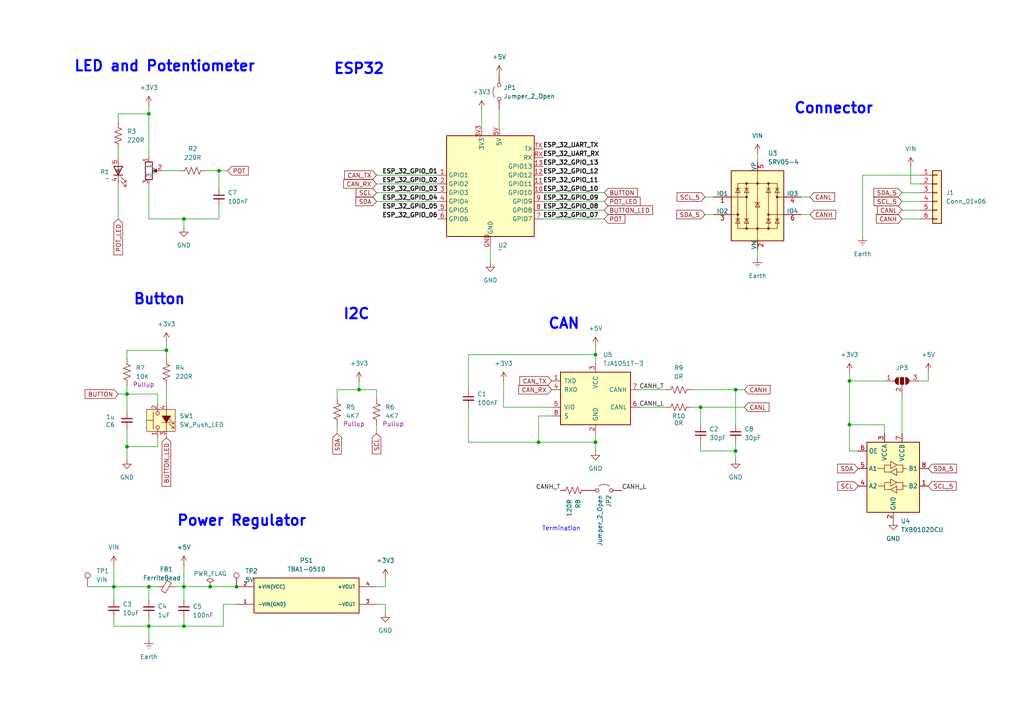
<source format=kicad_sch>
(kicad_sch (version 20231120) (generator "eeschema") (generator_version "8.0")
  (paper "A4")
  (lib_symbols
    (symbol "Connector:TestPoint" (pin_numbers hide) (pin_names (offset 0.762) hide)
      (property "Reference" "TP" (at 0 6.858 0))
      (property "Value" "TestPoint" (at 0 5.08 0))
      (symbol "TestPoint_0_1"
        (circle (center 0 3.302) (radius 0.762))
      )
      (symbol "TestPoint_1_1"
        (pin passive line (at 0 0 90) (length 2.54) (name "1") (number "1"))
      )
    )
    (symbol "Connector_Generic:Conn_01x06" (pin_names (offset 1.016) hide)
      (property "Reference" "J" (at 0 7.62 0))
      (property "Value" "Conn_01x06" (at 0 -10.16 0))
      (symbol "Conn_01x06_1_1"
        (rectangle (start -1.27 -7.493) (end 0 -7.747) (stroke (width 0.1524)))
        (rectangle (start -1.27 -4.953) (end 0 -5.207) (stroke (width 0.1524)))
        (rectangle (start -1.27 -2.413) (end 0 -2.667) (stroke (width 0.1524)))
        (rectangle (start -1.27 0.127) (end 0 -0.127) (stroke (width 0.1524)))
        (rectangle (start -1.27 2.667) (end 0 2.413) (stroke (width 0.1524)))
        (rectangle (start -1.27 5.207) (end 0 4.953) (stroke (width 0.1524)))
        (rectangle (start -1.27 6.35) (end 1.27 -8.89) (stroke (width 0.254)) (fill (type background)))
        (pin passive line (at -5.08 5.08 0) (length 3.81) (name "Pin_1") (number "1"))
        (pin passive line (at -5.08 2.54 0) (length 3.81) (name "Pin_2") (number "2"))
        (pin passive line (at -5.08 0 0) (length 3.81) (name "Pin_3") (number "3"))
        (pin passive line (at -5.08 -2.54 0) (length 3.81) (name "Pin_4") (number "4"))
        (pin passive line (at -5.08 -5.08 0) (length 3.81) (name "Pin_5") (number "5"))
        (pin passive line (at -5.08 -7.62 0) (length 3.81) (name "Pin_6") (number "6"))
      )
    )
    (symbol "Device:C_Small" (pin_numbers hide) (pin_names (offset 0.254) hide)
      (property "Reference" "C" (at 0.254 1.778 0))
      (property "Value" "C_Small" (at 0.254 -2.032 0))
      (symbol "C_Small_0_1"
        (polyline (pts (xy -1.524 -0.508) (xy 1.524 -0.508)) (stroke (width 0.3302)))
        (polyline (pts (xy -1.524 0.508) (xy 1.524 0.508)) (stroke (width 0.3048)))
      )
      (symbol "C_Small_1_1"
        (pin passive line (at 0 2.54 270) (length 2.032) (name "~") (number "1"))
        (pin passive line (at 0 -2.54 90) (length 2.032) (name "~") (number "2"))
      )
    )
    (symbol "Device:FerriteBead_Small" (pin_numbers hide) (pin_names (offset 0))
      (property "Reference" "FB" (at 1.905 1.27 0))
      (property "Value" "FerriteBead_Small" (at 1.905 -1.27 0))
      (symbol "FerriteBead_Small_0_1"
        (polyline (pts (xy 0 -1.27) (xy 0 -0.7874)))
        (polyline (pts (xy 0 0.889) (xy 0 1.2954)))
        (polyline (pts (xy -1.8288 0.2794) (xy -1.1176 1.4986) (xy 1.8288 -0.2032) (xy 1.1176 -1.4224) (xy -1.8288 0.2794)))
      )
      (symbol "FerriteBead_Small_1_1"
        (pin passive line (at 0 2.54 270) (length 1.27) (name "~") (number "1"))
        (pin passive line (at 0 -2.54 90) (length 1.27) (name "~") (number "2"))
      )
    )
    (symbol "Device:R_US" (pin_numbers hide) (pin_names (offset 0))
      (property "Reference" "R" (at 2.54 0 90))
      (property "Value" "R_US" (at -2.54 0 90))
      (symbol "R_US_0_1"
        (polyline (pts (xy 0 -2.286) (xy 0 -2.54)))
        (polyline (pts (xy 0 2.286) (xy 0 2.54)))
        (polyline (pts (xy 0 -0.762) (xy 1.016 -1.143) (xy 0 -1.524) (xy -1.016 -1.905) (xy 0 -2.286)))
        (polyline (pts (xy 0 0.762) (xy 1.016 0.381) (xy 0 0) (xy -1.016 -0.381) (xy 0 -0.762)))
        (polyline (pts (xy 0 2.286) (xy 1.016 1.905) (xy 0 1.524) (xy -1.016 1.143) (xy 0 0.762)))
      )
      (symbol "R_US_1_1"
        (pin passive line (at 0 3.81 270) (length 1.27) (name "~") (number "1"))
        (pin passive line (at 0 -3.81 90) (length 1.27) (name "~") (number "2"))
      )
    )
    (symbol "FaderLibrary:Linear_Potentiometer_w_LED"
      (property "Reference" "R" (at -3.556 5.334 0))
      (symbol "Linear_Potentiometer_w_LED_0_1"
        (polyline (pts (xy -8.89 -1.27) (xy -8.89 1.27)))
        (polyline (pts (xy -7.62 -1.27) (xy -10.16 -1.27)) (stroke (width 0.254)))
        (polyline (pts (xy 2.54 0) (xy 1.524 0)))
        (polyline (pts (xy -7.62 1.27) (xy -10.16 1.27) (xy -8.89 -1.27) (xy -7.62 1.27)) (stroke (width 0.254)))
        (polyline (pts (xy 1.143 0) (xy 2.286 0.508) (xy 2.286 -0.508) (xy 1.143 0)) (fill (type outline)))
        (polyline (pts (xy -8.128 -3.048) (xy -6.604 -4.572) (xy -6.604 -3.81) (xy -6.604 -4.572) (xy -7.366 -4.572)))
        (polyline (pts (xy -8.128 -1.778) (xy -6.604 -3.302) (xy -6.604 -2.54) (xy -6.604 -3.302) (xy -7.366 -3.302)))
        (rectangle (start 1.016 2.54) (end -1.016 -2.54) (stroke (width 0.254)))
      )
      (symbol "Linear_Potentiometer_w_LED_1_1"
        (pin passive line (at 0 3.81 270) (length 1.27) (name "1") (number "1"))
        (pin passive line (at 3.81 0 180) (length 1.27) (name "2") (number "2"))
        (pin passive line (at 0 -3.81 90) (length 1.27) (name "3") (number "3"))
        (pin passive line (at -8.89 -3.81 90) (length 2.54) (name "K") (number "4"))
        (pin passive line (at -8.89 3.81 270) (length 2.54) (name "A") (number "5"))
      )
    )
    (symbol "Interface_CAN_LIN:TJA1051T-3" (pin_names (offset 1.016))
      (property "Reference" "U" (at -10.16 8.89 0))
      (property "Value" "TJA1051T-3" (at 1.27 8.89 0))
      (symbol "TJA1051T-3_0_1"
        (rectangle (start -10.16 7.62) (end 10.16 -7.62) (stroke (width 0.254)) (fill (type background)))
      )
      (symbol "TJA1051T-3_1_1"
        (pin input line (at -12.7 5.08 0) (length 2.54) (name "TXD") (number "1"))
        (pin power_in line (at 0 -10.16 90) (length 2.54) (name "GND") (number "2"))
        (pin power_in line (at 0 10.16 270) (length 2.54) (name "VCC") (number "3"))
        (pin output line (at -12.7 2.54 0) (length 2.54) (name "RXD") (number "4"))
        (pin power_in line (at -12.7 -2.54 0) (length 2.54) (name "VIO") (number "5"))
        (pin bidirectional line (at 12.7 -2.54 180) (length 2.54) (name "CANL") (number "6"))
        (pin bidirectional line (at 12.7 2.54 180) (length 2.54) (name "CANH") (number "7"))
        (pin input line (at -12.7 -5.08 0) (length 2.54) (name "S") (number "8"))
      )
    )
    (symbol "Jumper:Jumper_2_Open" (pin_numbers hide) (pin_names (offset 0) hide) (exclude_from_sim yes)
      (property "Reference" "JP" (at 0 2.794 0))
      (property "Value" "Jumper_2_Open" (at 0 -2.286 0))
      (symbol "Jumper_2_Open_0_0"
        (circle (center -2.032 0) (radius 0.508))
        (circle (center 2.032 0) (radius 0.508))
      )
      (symbol "Jumper_2_Open_0_1"
        (arc (start 1.524 1.27) (mid 0 1.778) (end -1.524 1.27))
      )
      (symbol "Jumper_2_Open_1_1"
        (pin passive line (at -5.08 0 0) (length 2.54) (name "A") (number "1"))
        (pin passive line (at 5.08 0 180) (length 2.54) (name "B") (number "2"))
      )
    )
    (symbol "Jumper:SolderJumper_3_Open" (pin_names (offset 0) hide) (exclude_from_sim yes) (in_bom no)
      (property "Reference" "JP" (at -2.54 -2.54 0))
      (property "Value" "SolderJumper_3_Open" (at 0 2.794 0))
      (symbol "SolderJumper_3_Open_0_1"
        (arc (start -1.016 1.016) (mid -2.0276 0) (end -1.016 -1.016))
        (arc (start -1.016 1.016) (mid -2.0276 0) (end -1.016 -1.016) (fill (type outline)))
        (rectangle (start -0.508 1.016) (end 0.508 -1.016) (fill (type outline)))
        (polyline (pts (xy -2.54 0) (xy -2.032 0)))
        (polyline (pts (xy -1.016 1.016) (xy -1.016 -1.016)))
        (polyline (pts (xy 0 -1.27) (xy 0 -1.016)))
        (polyline (pts (xy 1.016 1.016) (xy 1.016 -1.016)))
        (polyline (pts (xy 2.54 0) (xy 2.032 0)))
        (arc (start 1.016 -1.016) (mid 2.0276 0) (end 1.016 1.016))
        (arc (start 1.016 -1.016) (mid 2.0276 0) (end 1.016 1.016) (fill (type outline)))
      )
      (symbol "SolderJumper_3_Open_1_1"
        (pin passive line (at -5.08 0 0) (length 2.54) (name "A") (number "1"))
        (pin passive line (at 0 -3.81 90) (length 2.54) (name "C") (number "2"))
        (pin passive line (at 5.08 0 180) (length 2.54) (name "B") (number "3"))
      )
    )
    (symbol "Logic_LevelTranslator:TXB0102DCU"
      (property "Reference" "U" (at -6.35 11.43 0))
      (property "Value" "TXB0102DCU" (at 3.81 11.43 0))
      (symbol "TXB0102DCU_0_1"
        (rectangle (start -7.62 10.16) (end 7.62 -10.16) (stroke (width 0.254)) (fill (type background)))
        (polyline (pts (xy -2.54 -2.54) (xy -2.54 -1.524) (xy -0.762 -1.524)))
        (polyline (pts (xy -2.54 2.54) (xy -2.54 3.556) (xy -0.762 3.556)))
        (polyline (pts (xy 2.794 -2.54) (xy 2.794 -3.556) (xy 1.016 -3.556)))
        (polyline (pts (xy 2.794 2.54) (xy 2.794 1.524) (xy 1.016 1.524)))
        (polyline (pts (xy -0.762 -3.556) (xy -2.54 -3.556) (xy -2.54 -2.54) (xy -4.318 -2.54)))
        (polyline (pts (xy -0.762 -2.54) (xy -0.762 -0.508) (xy 1.016 -1.524) (xy -0.762 -2.54)))
        (polyline (pts (xy -0.762 1.524) (xy -2.54 1.524) (xy -2.54 2.54) (xy -4.572 2.54)))
        (polyline (pts (xy -0.762 2.54) (xy -0.762 4.572) (xy 1.016 3.556) (xy -0.762 2.54)))
        (polyline (pts (xy 1.016 -2.54) (xy 1.016 -4.572) (xy -0.762 -3.556) (xy 1.016 -2.54)))
        (polyline (pts (xy 1.016 -1.524) (xy 2.794 -1.524) (xy 2.794 -2.54) (xy 4.064 -2.54)))
        (polyline (pts (xy 1.016 3.556) (xy 2.794 3.556) (xy 2.794 2.54) (xy 4.064 2.54)))
        (polyline (pts (xy 1.016 2.54) (xy 1.016 0.762) (xy 1.016 0.508) (xy -0.762 1.524) (xy 1.016 2.54)))
      )
      (symbol "TXB0102DCU_1_1"
        (pin bidirectional line (at 10.16 -2.54 180) (length 2.54) (name "B2") (number "1"))
        (pin power_in line (at 0 -12.7 90) (length 2.54) (name "GND") (number "2"))
        (pin power_in line (at -2.54 12.7 270) (length 2.54) (name "VCCA") (number "3"))
        (pin bidirectional line (at -10.16 -2.54 0) (length 2.54) (name "A2") (number "4"))
        (pin bidirectional line (at -10.16 2.54 0) (length 2.54) (name "A1") (number "5"))
        (pin input line (at -10.16 7.62 0) (length 2.54) (name "OE") (number "6"))
        (pin power_in line (at 2.54 12.7 270) (length 2.54) (name "VCCB") (number "7"))
        (pin bidirectional line (at 10.16 2.54 180) (length 2.54) (name "B1") (number "8"))
      )
    )
    (symbol "MHCI:ESP32-S3-Zero"
      (property "Reference" "U" (at 0 0 0))
      (symbol "ESP32-S3-Zero_0_1"
        (rectangle (start -12.7 13.97) (end 12.7 -15.24) (stroke (width 0.254)) (fill (type background)))
      )
      (symbol "ESP32-S3-Zero_1_1"
        (pin bidirectional line (at -15.24 2.54 0) (length 2.54) (name "GPIO1") (number "1"))
        (pin bidirectional line (at 15.24 -2.54 180) (length 2.54) (name "GPIO10") (number "10"))
        (pin bidirectional line (at 15.24 0 180) (length 2.54) (name "GPIO11") (number "11"))
        (pin bidirectional line (at 15.24 2.54 180) (length 2.54) (name "GPIO12") (number "12"))
        (pin bidirectional line (at 15.24 5.08 180) (length 2.54) (name "GPIO13") (number "13"))
        (pin bidirectional line (at -15.24 0 0) (length 2.54) (name "GPIO2") (number "2"))
        (pin bidirectional line (at -15.24 -2.54 0) (length 2.54) (name "GPIO3") (number "3"))
        (pin power_in line (at -2.54 16.51 270) (length 2.54) (name "3V3") (number "3V3"))
        (pin bidirectional line (at -15.24 -5.08 0) (length 2.54) (name "GPIO4") (number "4"))
        (pin bidirectional line (at -15.24 -7.62 0) (length 2.54) (name "GPIO5") (number "5"))
        (pin power_in line (at 2.54 16.51 270) (length 2.54) (name "5V") (number "5V"))
        (pin bidirectional line (at -15.24 -10.16 0) (length 2.54) (name "GPIO6") (number "6"))
        (pin bidirectional line (at 15.24 -10.16 180) (length 2.54) (name "GPIO7") (number "7"))
        (pin bidirectional line (at 15.24 -7.62 180) (length 2.54) (name "GPIO8") (number "8"))
        (pin bidirectional line (at 15.24 -5.08 180) (length 2.54) (name "GPIO9") (number "9"))
        (pin power_in line (at 0 -17.78 90) (length 2.54) (name "GND") (number "GND"))
        (pin bidirectional line (at 15.24 7.62 180) (length 2.54) (name "RX") (number "RX"))
        (pin bidirectional line (at 15.24 10.16 180) (length 2.54) (name "TX") (number "TX"))
      )
    )
    (symbol "MHCI:TBA1-0510" (pin_names (offset 1.016))
      (property "Reference" "PS" (at -15.24 5.842 0))
      (property "Value" "TBA1-0510" (at -15.24 -5.842 0))
      (symbol "TBA1-0510_0_0"
        (rectangle (start -15.24 -5.08) (end 15.24 5.08) (stroke (width 0.254)) (fill (type background)))
        (pin input line (at -20.32 -2.54 0) (length 5.08) (name "-VIN(GND)") (number "1"))
        (pin input line (at -20.32 2.54 0) (length 5.08) (name "+VIN(VCC)") (number "2"))
        (pin output line (at 20.32 -2.54 180) (length 5.08) (name "-VOUT") (number "3"))
        (pin output line (at 20.32 2.54 180) (length 5.08) (name "+VOUT") (number "4"))
      )
    )
    (symbol "Power_Protection:SRV05-4" (pin_names (offset 0))
      (property "Reference" "U" (at -5.08 11.43 0))
      (property "Value" "SRV05-4" (at 2.54 11.43 0))
      (symbol "SRV05-4_0_0"
        (rectangle (start -5.715 6.477) (end 5.715 -6.604))
        (polyline (pts (xy -3.175 -6.604) (xy -3.175 6.477)))
        (polyline (pts (xy 3.175 6.477) (xy 3.175 -6.604)))
      )
      (symbol "SRV05-4_0_1"
        (rectangle (start -7.62 10.16) (end 7.62 -10.16) (stroke (width 0.254)) (fill (type background)))
        (circle (center -5.715 -2.54) (radius 0.2794) (fill (type outline)))
        (circle (center -3.175 -6.604) (radius 0.2794) (fill (type outline)))
        (circle (center -3.175 2.54) (radius 0.2794) (fill (type outline)))
        (circle (center -3.175 6.477) (radius 0.2794) (fill (type outline)))
        (circle (center 0 -6.604) (radius 0.2794) (fill (type outline)))
        (polyline (pts (xy -7.747 2.54) (xy -3.175 2.54)))
        (polyline (pts (xy -7.62 -2.54) (xy -5.715 -2.54)))
        (polyline (pts (xy -5.08 -3.81) (xy -6.35 -3.81)))
        (polyline (pts (xy -5.08 5.08) (xy -6.35 5.08)))
        (polyline (pts (xy -2.54 -3.81) (xy -3.81 -3.81)))
        (polyline (pts (xy -2.54 5.08) (xy -3.81 5.08)))
        (polyline (pts (xy 0 10.16) (xy 0 -10.16)))
        (polyline (pts (xy 3.81 -3.81) (xy 2.54 -3.81)))
        (polyline (pts (xy 3.81 5.08) (xy 2.54 5.08)))
        (polyline (pts (xy 6.35 -3.81) (xy 5.08 -3.81)))
        (polyline (pts (xy 6.35 5.08) (xy 5.08 5.08)))
        (polyline (pts (xy 7.62 -2.54) (xy 3.175 -2.54)))
        (polyline (pts (xy 7.62 2.54) (xy 5.715 2.54)))
        (polyline (pts (xy 0.635 0.889) (xy -0.635 0.889) (xy -0.635 0.635)))
        (polyline (pts (xy -5.08 -5.08) (xy -6.35 -5.08) (xy -5.715 -3.81) (xy -5.08 -5.08)))
        (polyline (pts (xy -5.08 3.81) (xy -6.35 3.81) (xy -5.715 5.08) (xy -5.08 3.81)))
        (polyline (pts (xy -2.54 -5.08) (xy -3.81 -5.08) (xy -3.175 -3.81) (xy -2.54 -5.08)))
        (polyline (pts (xy -2.54 3.81) (xy -3.81 3.81) (xy -3.175 5.08) (xy -2.54 3.81)))
        (polyline (pts (xy 0.635 -0.381) (xy -0.635 -0.381) (xy 0 0.889) (xy 0.635 -0.381)))
        (polyline (pts (xy 3.81 -5.08) (xy 2.54 -5.08) (xy 3.175 -3.81) (xy 3.81 -5.08)))
        (polyline (pts (xy 3.81 3.81) (xy 2.54 3.81) (xy 3.175 5.08) (xy 3.81 3.81)))
        (polyline (pts (xy 6.35 -5.08) (xy 5.08 -5.08) (xy 5.715 -3.81) (xy 6.35 -5.08)))
        (polyline (pts (xy 6.35 3.81) (xy 5.08 3.81) (xy 5.715 5.08) (xy 6.35 3.81)))
        (circle (center 0 6.477) (radius 0.2794) (fill (type outline)))
        (circle (center 3.175 -6.604) (radius 0.2794) (fill (type outline)))
        (circle (center 3.175 -2.54) (radius 0.2794) (fill (type outline)))
        (circle (center 3.175 6.477) (radius 0.2794) (fill (type outline)))
        (circle (center 5.715 2.54) (radius 0.2794) (fill (type outline)))
      )
      (symbol "SRV05-4_1_1"
        (pin passive line (at -12.7 2.54 0) (length 5.08) (name "IO1") (number "1"))
        (pin passive line (at 0 -12.7 90) (length 2.54) (name "VN") (number "2"))
        (pin passive line (at -12.7 -2.54 0) (length 5.08) (name "IO2") (number "3"))
        (pin passive line (at 12.7 2.54 180) (length 5.08) (name "IO3") (number "4"))
        (pin passive line (at 0 12.7 270) (length 2.54) (name "VP") (number "5"))
        (pin passive line (at 12.7 -2.54 180) (length 5.08) (name "IO4") (number "6"))
      )
    )
    (symbol "Switch:SW_Push_LED" (pin_names (offset 1.016) hide)
      (property "Reference" "SW" (at 0 7.62 0))
      (property "Value" "SW_Push_LED" (at 0 -3.81 0))
      (symbol "SW_Push_LED_0_0"
        (polyline (pts (xy -2.54 0) (xy 2.54 0)))
        (polyline (pts (xy -2.286 -2.159) (xy -1.016 -0.889)))
        (polyline (pts (xy -1.016 -2.159) (xy 0.254 -0.889)))
        (polyline (pts (xy -0.635 1.27) (xy -0.635 -1.27)))
        (polyline (pts (xy -2.286 -1.524) (xy -2.286 -2.159) (xy -1.651 -2.159)))
        (polyline (pts (xy -1.016 -1.524) (xy -1.016 -2.159) (xy -0.381 -2.159)))
        (polyline (pts (xy -0.635 0) (xy 1.27 1.27) (xy 1.27 -1.27) (xy -0.635 0)) (fill (type outline)))
      )
      (symbol "SW_Push_LED_0_1"
        (circle (center -2.032 2.54) (radius 0.508))
        (polyline (pts (xy 0 3.81) (xy 0 5.588)))
        (polyline (pts (xy 2.54 3.81) (xy -2.54 3.81)))
        (circle (center 2.032 2.54) (radius 0.508))
        (pin passive line (at -5.08 2.54 0) (length 2.54) (name "1") (number "1"))
        (pin passive line (at 5.08 2.54 180) (length 2.54) (name "2") (number "2"))
        (pin passive line (at -5.08 0 0) (length 2.54) (name "K") (number "3"))
        (pin passive line (at 5.08 0 180) (length 2.54) (name "A") (number "4"))
      )
      (symbol "SW_Push_LED_1_1"
        (rectangle (start -3.175 5.715) (end 3.175 -2.54) (fill (type background)))
      )
    )
    (symbol "power:+3V3" (power) (pin_numbers hide) (pin_names (offset 0) hide)
      (property "Value" "+3V3" (at 0 3.556 0))
      (symbol "+3V3_0_1"
        (polyline (pts (xy -0.762 1.27) (xy 0 2.54)))
        (polyline (pts (xy 0 0) (xy 0 2.54)))
        (polyline (pts (xy 0 2.54) (xy 0.762 1.27)))
      )
      (symbol "+3V3_1_1"
        (pin power_in line (at 0 0 90) (length 0) (name "~") (number "1"))
      )
    )
    (symbol "power:+5V" (power) (pin_numbers hide) (pin_names (offset 0) hide)
      (property "Value" "+5V" (at 0 3.556 0))
      (symbol "+5V_0_1"
        (polyline (pts (xy -0.762 1.27) (xy 0 2.54)))
        (polyline (pts (xy 0 0) (xy 0 2.54)))
        (polyline (pts (xy 0 2.54) (xy 0.762 1.27)))
      )
      (symbol "+5V_1_1"
        (pin power_in line (at 0 0 90) (length 0) (name "~") (number "1"))
      )
    )
    (symbol "power:Earth" (power) (pin_numbers hide) (pin_names (offset 0) hide)
      (property "Value" "Earth" (at 0 -3.81 0))
      (symbol "Earth_0_1"
        (polyline (pts (xy -0.635 -1.905) (xy 0.635 -1.905)))
        (polyline (pts (xy -0.127 -2.54) (xy 0.127 -2.54)))
        (polyline (pts (xy 0 -1.27) (xy 0 0)))
        (polyline (pts (xy 1.27 -1.27) (xy -1.27 -1.27)))
      )
      (symbol "Earth_1_1"
        (pin power_in line (at 0 0 270) (length 0) (name "~") (number "1"))
      )
    )
    (symbol "power:GND" (power) (pin_numbers hide) (pin_names (offset 0) hide)
      (property "Value" "GND" (at 0 -3.81 0))
      (symbol "GND_0_1"
        (polyline (pts (xy 0 0) (xy 0 -1.27) (xy 1.27 -1.27) (xy 0 -2.54) (xy -1.27 -1.27) (xy 0 -1.27)))
      )
      (symbol "GND_1_1"
        (pin power_in line (at 0 0 270) (length 0) (name "~") (number "1"))
      )
    )
    (symbol "power:PWR_FLAG" (power) (pin_numbers hide) (pin_names (offset 0) hide)
      (property "Value" "PWR_FLAG" (at 0 3.81 0))
      (symbol "PWR_FLAG_0_0"
        (pin power_out line (at 0 0 90) (length 0) (name "pwr") (number "1"))
      )
      (symbol "PWR_FLAG_0_1"
        (polyline (pts (xy 0 0) (xy 0 1.27) (xy -1.016 1.905) (xy 0 2.54) (xy 1.016 1.905) (xy 0 1.27)))
      )
    )
    (symbol "power:VDC" (power) (pin_numbers hide) (pin_names (offset 0) hide)
      (property "Value" "VDC" (at 0 3.556 0))
      (symbol "VDC_0_1"
        (polyline (pts (xy -0.762 1.27) (xy 0 2.54)))
        (polyline (pts (xy 0 0) (xy 0 2.54)))
        (polyline (pts (xy 0 2.54) (xy 0.762 1.27)))
      )
      (symbol "VDC_1_1"
        (pin power_in line (at 0 0 90) (length 0) (name "~") (number "1"))
      )
    )
  )
  (junction (at 53.34 170.18))
  (junction (at 104.14 113.03))
  (junction (at 48.26 101.6))
  (junction (at 68.58 170.18))
  (junction (at 172.72 102.87))
  (junction (at 156.21 128.27))
  (junction (at 63.5 49.53))
  (junction (at 246.38 123.19))
  (junction (at 213.36 130.81))
  (junction (at 246.38 110.49))
  (junction (at 33.02 170.18))
  (junction (at 43.18 181.61))
  (junction (at 43.18 170.18))
  (junction (at 53.34 63.5))
  (junction (at 60.96 170.18))
  (junction (at 43.18 33.02))
  (junction (at 36.83 129.54))
  (junction (at 213.36 113.03))
  (junction (at 36.83 114.3))
  (junction (at 53.34 181.61))
  (junction (at 203.2 118.11))
  (junction (at 172.72 128.27))
  (wire (pts (xy 36.83 129.54) (xy 45.72 129.54)))
  (wire (pts (xy 43.18 170.18) (xy 43.18 173.99)))
  (wire (pts (xy 45.72 114.3) (xy 45.72 116.84)))
  (wire (pts (xy 250.19 50.8) (xy 250.19 68.58)))
  (wire (pts (xy 213.36 130.81) (xy 213.36 133.35)))
  (wire (pts (xy 157.48 60.96) (xy 175.26 60.96)))
  (wire (pts (xy 53.34 170.18) (xy 53.34 173.99)))
  (wire (pts (xy 109.22 175.26) (xy 111.76 175.26)))
  (wire (pts (xy 172.72 130.81) (xy 172.72 128.27)))
  (wire (pts (xy 135.89 118.11) (xy 135.89 128.27)))
  (wire (pts (xy 203.2 130.81) (xy 203.2 128.27)))
  (wire (pts (xy 43.18 63.5) (xy 53.34 63.5)))
  (wire (pts (xy 59.69 49.53) (xy 63.5 49.53)))
  (wire (pts (xy 68.58 175.26) (xy 64.77 175.26)))
  (wire (pts (xy 43.18 53.34) (xy 43.18 63.5)))
  (wire (pts (xy 139.7 31.75) (xy 139.7 36.83)))
  (wire (pts (xy 261.62 63.5) (xy 266.7 63.5)))
  (wire (pts (xy 160.02 118.11) (xy 146.05 118.11)))
  (wire (pts (xy 50.8 170.18) (xy 53.34 170.18)))
  (wire (pts (xy 33.02 170.18) (xy 43.18 170.18)))
  (wire (pts (xy 64.77 181.61) (xy 53.34 181.61)))
  (wire (pts (xy 34.29 114.3) (xy 36.83 114.3)))
  (wire (pts (xy 232.41 62.23) (xy 234.95 62.23)))
  (wire (pts (xy 146.05 118.11) (xy 146.05 110.49)))
  (wire (pts (xy 157.48 55.88) (xy 175.26 55.88)))
  (wire (pts (xy 25.4 170.18) (xy 33.02 170.18)))
  (wire (pts (xy 256.54 123.19) (xy 256.54 125.73)))
  (wire (pts (xy 144.78 31.75) (xy 144.78 36.83)))
  (wire (pts (xy 246.38 110.49) (xy 256.54 110.49)))
  (wire (pts (xy 215.9 118.11) (xy 203.2 118.11)))
  (wire (pts (xy 53.34 63.5) (xy 63.5 63.5)))
  (wire (pts (xy 109.22 50.8) (xy 127 50.8)))
  (wire (pts (xy 193.04 113.03) (xy 185.42 113.03)))
  (wire (pts (xy 43.18 181.61) (xy 43.18 185.42)))
  (wire (pts (xy 213.36 128.27) (xy 213.36 130.81)))
  (wire (pts (xy 142.24 71.12) (xy 142.24 76.2)))
  (wire (pts (xy 135.89 102.87) (xy 172.72 102.87)))
  (wire (pts (xy 43.18 33.02) (xy 43.18 45.72)))
  (wire (pts (xy 46.99 49.53) (xy 52.07 49.53)))
  (wire (pts (xy 34.29 43.18) (xy 34.29 45.72)))
  (wire (pts (xy 109.22 113.03) (xy 104.14 113.03)))
  (wire (pts (xy 33.02 181.61) (xy 43.18 181.61)))
  (wire (pts (xy 53.34 170.18) (xy 53.34 163.83)))
  (wire (pts (xy 104.14 113.03) (xy 104.14 110.49)))
  (wire (pts (xy 269.24 107.95) (xy 269.24 110.49)))
  (wire (pts (xy 97.79 123.19) (xy 97.79 125.73)))
  (wire (pts (xy 48.26 99.06) (xy 48.26 101.6)))
  (wire (pts (xy 33.02 163.83) (xy 33.02 170.18)))
  (wire (pts (xy 33.02 173.99) (xy 33.02 170.18)))
  (wire (pts (xy 219.71 72.39) (xy 219.71 74.93)))
  (wire (pts (xy 135.89 128.27) (xy 156.21 128.27)))
  (wire (pts (xy 248.92 130.81) (xy 246.38 130.81)))
  (wire (pts (xy 246.38 110.49) (xy 246.38 123.19)))
  (wire (pts (xy 156.21 120.65) (xy 160.02 120.65)))
  (wire (pts (xy 36.83 114.3) (xy 36.83 119.38)))
  (wire (pts (xy 109.22 53.34) (xy 127 53.34)))
  (wire (pts (xy 36.83 129.54) (xy 36.83 133.35)))
  (wire (pts (xy 109.22 55.88) (xy 127 55.88)))
  (wire (pts (xy 264.16 53.34) (xy 264.16 48.26)))
  (wire (pts (xy 43.18 181.61) (xy 53.34 181.61)))
  (wire (pts (xy 53.34 170.18) (xy 60.96 170.18)))
  (wire (pts (xy 172.72 100.33) (xy 172.72 102.87)))
  (wire (pts (xy 261.62 58.42) (xy 266.7 58.42)))
  (wire (pts (xy 261.62 114.3) (xy 261.62 125.73)))
  (wire (pts (xy 97.79 113.03) (xy 104.14 113.03)))
  (wire (pts (xy 172.72 128.27) (xy 172.72 125.73)))
  (wire (pts (xy 246.38 107.95) (xy 246.38 110.49)))
  (wire (pts (xy 33.02 179.07) (xy 33.02 181.61)))
  (wire (pts (xy 63.5 49.53) (xy 63.5 54.61)))
  (wire (pts (xy 60.96 170.18) (xy 68.58 170.18)))
  (wire (pts (xy 63.5 49.53) (xy 66.04 49.53)))
  (wire (pts (xy 64.77 175.26) (xy 64.77 181.61)))
  (wire (pts (xy 45.72 129.54) (xy 45.72 127)))
  (wire (pts (xy 109.22 58.42) (xy 127 58.42)))
  (wire (pts (xy 97.79 115.57) (xy 97.79 113.03)))
  (wire (pts (xy 156.21 120.65) (xy 156.21 128.27)))
  (wire (pts (xy 232.41 57.15) (xy 234.95 57.15)))
  (wire (pts (xy 215.9 113.03) (xy 213.36 113.03)))
  (wire (pts (xy 111.76 175.26) (xy 111.76 177.8)))
  (wire (pts (xy 261.62 60.96) (xy 266.7 60.96)))
  (wire (pts (xy 53.34 181.61) (xy 53.34 179.07)))
  (wire (pts (xy 204.47 57.15) (xy 207.01 57.15)))
  (wire (pts (xy 109.22 170.18) (xy 111.76 170.18)))
  (wire (pts (xy 63.5 59.69) (xy 63.5 63.5)))
  (wire (pts (xy 250.19 50.8) (xy 266.7 50.8)))
  (wire (pts (xy 34.29 33.02) (xy 34.29 35.56)))
  (wire (pts (xy 157.48 63.5) (xy 175.26 63.5)))
  (wire (pts (xy 172.72 102.87) (xy 172.72 105.41)))
  (wire (pts (xy 246.38 130.81) (xy 246.38 123.19)))
  (wire (pts (xy 203.2 118.11) (xy 200.66 118.11)))
  (wire (pts (xy 43.18 30.48) (xy 43.18 33.02)))
  (wire (pts (xy 204.47 62.23) (xy 207.01 62.23)))
  (wire (pts (xy 266.7 53.34) (xy 264.16 53.34)))
  (wire (pts (xy 48.26 101.6) (xy 48.26 104.14)))
  (wire (pts (xy 36.83 114.3) (xy 45.72 114.3)))
  (wire (pts (xy 53.34 66.04) (xy 53.34 63.5)))
  (wire (pts (xy 193.04 118.11) (xy 185.42 118.11)))
  (wire (pts (xy 135.89 113.03) (xy 135.89 102.87)))
  (wire (pts (xy 203.2 130.81) (xy 213.36 130.81)))
  (wire (pts (xy 261.62 55.88) (xy 266.7 55.88)))
  (wire (pts (xy 43.18 170.18) (xy 45.72 170.18)))
  (wire (pts (xy 157.48 58.42) (xy 175.26 58.42)))
  (wire (pts (xy 34.29 53.34) (xy 34.29 63.5)))
  (wire (pts (xy 269.24 110.49) (xy 266.7 110.49)))
  (wire (pts (xy 36.83 111.76) (xy 36.83 114.3)))
  (wire (pts (xy 219.71 44.45) (xy 219.71 46.99)))
  (wire (pts (xy 43.18 179.07) (xy 43.18 181.61)))
  (wire (pts (xy 213.36 113.03) (xy 213.36 123.19)))
  (wire (pts (xy 203.2 118.11) (xy 203.2 123.19)))
  (wire (pts (xy 156.21 128.27) (xy 172.72 128.27)))
  (wire (pts (xy 36.83 101.6) (xy 48.26 101.6)))
  (wire (pts (xy 200.66 113.03) (xy 213.36 113.03)))
  (wire (pts (xy 111.76 170.18) (xy 111.76 167.64)))
  (wire (pts (xy 109.22 115.57) (xy 109.22 113.03)))
  (wire (pts (xy 34.29 33.02) (xy 43.18 33.02)))
  (wire (pts (xy 246.38 123.19) (xy 256.54 123.19)))
  (wire (pts (xy 109.22 123.19) (xy 109.22 125.73)))
  (wire (pts (xy 36.83 124.46) (xy 36.83 129.54)))
  (wire (pts (xy 48.26 111.76) (xy 48.26 116.84)))
  (wire (pts (xy 36.83 104.14) (xy 36.83 101.6)))
  (text "Connector\n" (at 241.808 31.496 0) (effects (font (size 3 3) (thickness 0.6) (bold yes))))
  (text "Termination" (at 162.814 153.416 0) (effects (font (size 1.27 1.27))))
  (text "I2C" (at 103.378 91.186 0) (effects (font (size 3 3) (thickness 0.6) (bold yes))))
  (text "CAN" (at 163.576 93.98 0) (effects (font (size 3 3) (thickness 0.6) (bold yes))))
  (text "Power Regulator" (at 70.104 151.13 0) (effects (font (size 3 3) (thickness 0.6) (bold yes))))
  (text "ESP32" (at 104.14 20.066 0) (effects (font (size 3 3) (thickness 0.6) (bold yes))))
  (text "Button" (at 46.228 86.868 0) (effects (font (size 3 3) (thickness 0.6) (bold yes))))
  (text "LED and Potentiometer" (at 47.752 19.304 0) (effects (font (size 3 3) (thickness 0.6) (bold yes))))
  (label "CANH_T" (at 162.56 142.24 180))
  (label "CANH_L" (at 185.42 118.11 0))
  (label "ESP_32_GPIO_13" (at 157.48 48.26 0) (effects (font (bold yes))))
  (label "ESP_32_GPIO_12" (at 157.48 50.8 0) (effects (font (bold yes))))
  (label "ESP_32_GPIO_03" (at 127 55.88 180) (effects (font (bold yes))))
  (label "ESP_32_GPIO_11" (at 157.48 53.34 0) (effects (font (bold yes))))
  (label "CANH_L" (at 180.34 142.24 0))
  (label "ESP_32_UART_TX" (at 157.48 43.18 0) (effects (font (bold yes))))
  (label "ESP_32_GPIO_01" (at 127 50.8 180) (effects (font (bold yes))))
  (label "ESP_32_GPIO_10" (at 157.48 55.88 0) (effects (font (bold yes))))
  (label "CANH_T" (at 185.42 113.03 0))
  (label "ESP_32_GPIO_06" (at 127 63.5 180) (effects (font (bold yes))))
  (label "ESP_32_GPIO_09" (at 157.48 58.42 0) (effects (font (bold yes))))
  (label "ESP_32_GPIO_05" (at 127 60.96 180) (effects (font (bold yes))))
  (label "ESP_32_UART_RX" (at 157.48 45.72 0) (effects (font (bold yes))))
  (label "ESP_32_GPIO_02" (at 127 53.34 180) (effects (font (bold yes))))
  (label "ESP_32_GPIO_08" (at 157.48 60.96 0) (effects (font (bold yes))))
  (label "ESP_32_GPIO_04" (at 127 58.42 180) (effects (font (bold yes))))
  (label "ESP_32_GPIO_07" (at 157.48 63.5 0) (effects (font (bold yes))))
  (global_label "POT" (shape input) (at 66.04 49.53 0) (property "Intersheetrefs" "${INTERSHEET_REFS}" (effects (hide yes))))
  (global_label "BUTTON" (shape input) (at 175.26 55.88 0) (property "Intersheetrefs" "${INTERSHEET_REFS}" (effects (hide yes))))
  (global_label "SDA" (shape input) (at 97.79 125.73 270) (property "Intersheetrefs" "${INTERSHEET_REFS}" (effects (hide yes))))
  (global_label "SCL" (shape input) (at 109.22 125.73 270) (property "Intersheetrefs" "${INTERSHEET_REFS}" (effects (hide yes))))
  (global_label "BUTTON" (shape input) (at 34.29 114.3 180) (property "Intersheetrefs" "${INTERSHEET_REFS}" (effects (hide yes))))
  (global_label "CAN_RX" (shape input) (at 160.02 113.03 180) (property "Intersheetrefs" "${INTERSHEET_REFS}" (effects (hide yes))))
  (global_label "POT" (shape input) (at 175.26 63.5 0) (property "Intersheetrefs" "${INTERSHEET_REFS}" (effects (hide yes))))
  (global_label "CANL" (shape input) (at 234.95 57.15 0) (property "Intersheetrefs" "${INTERSHEET_REFS}" (effects (hide yes))))
  (global_label "SDA" (shape input) (at 109.22 58.42 180) (property "Intersheetrefs" "${INTERSHEET_REFS}" (effects (hide yes))))
  (global_label "SDA_5" (shape input) (at 269.24 135.89 0) (property "Intersheetrefs" "${INTERSHEET_REFS}" (effects (hide yes))))
  (global_label "SDA_5" (shape input) (at 204.47 62.23 180) (property "Intersheetrefs" "${INTERSHEET_REFS}" (effects (hide yes))))
  (global_label "BUTTON_LED" (shape input) (at 175.26 60.96 0) (property "Intersheetrefs" "${INTERSHEET_REFS}" (effects (hide yes))))
  (global_label "CANH" (shape input) (at 234.95 62.23 0) (property "Intersheetrefs" "${INTERSHEET_REFS}" (effects (hide yes))))
  (global_label "CANL" (shape input) (at 215.9 118.11 0) (property "Intersheetrefs" "${INTERSHEET_REFS}" (effects (hide yes))))
  (global_label "SCL" (shape input) (at 109.22 55.88 180) (property "Intersheetrefs" "${INTERSHEET_REFS}" (effects (hide yes))))
  (global_label "BUTTON_LED" (shape input) (at 48.26 127 270) (property "Intersheetrefs" "${INTERSHEET_REFS}" (effects (hide yes))))
  (global_label "CAN_TX" (shape input) (at 109.22 50.8 180) (property "Intersheetrefs" "${INTERSHEET_REFS}" (effects (hide yes))))
  (global_label "SCL_5" (shape input) (at 204.47 57.15 180) (property "Intersheetrefs" "${INTERSHEET_REFS}" (effects (hide yes))))
  (global_label "POT_LED" (shape input) (at 175.26 58.42 0) (property "Intersheetrefs" "${INTERSHEET_REFS}" (effects (hide yes))))
  (global_label "SCL_5" (shape input) (at 269.24 140.97 0) (property "Intersheetrefs" "${INTERSHEET_REFS}" (effects (hide yes))))
  (global_label "SDA_5" (shape input) (at 261.62 55.88 180) (property "Intersheetrefs" "${INTERSHEET_REFS}" (effects (hide yes))))
  (global_label "CAN_RX" (shape input) (at 109.22 53.34 180) (property "Intersheetrefs" "${INTERSHEET_REFS}" (effects (hide yes))))
  (global_label "SCL_5" (shape input) (at 261.62 58.42 180) (property "Intersheetrefs" "${INTERSHEET_REFS}" (effects (hide yes))))
  (global_label "SCL" (shape input) (at 248.92 140.97 180) (property "Intersheetrefs" "${INTERSHEET_REFS}" (effects (hide yes))))
  (global_label "CANH" (shape input) (at 261.62 63.5 180) (property "Intersheetrefs" "${INTERSHEET_REFS}" (effects (hide yes))))
  (global_label "CAN_TX" (shape input) (at 160.02 110.49 180) (property "Intersheetrefs" "${INTERSHEET_REFS}" (effects (hide yes))))
  (global_label "SDA" (shape input) (at 248.92 135.89 180) (property "Intersheetrefs" "${INTERSHEET_REFS}" (effects (hide yes))))
  (global_label "POT_LED" (shape input) (at 34.29 63.5 270) (property "Intersheetrefs" "${INTERSHEET_REFS}" (effects (hide yes))))
  (global_label "CANL" (shape input) (at 261.62 60.96 180) (property "Intersheetrefs" "${INTERSHEET_REFS}" (effects (hide yes))))
  (global_label "CANH" (shape input) (at 215.9 113.03 0) (property "Intersheetrefs" "${INTERSHEET_REFS}" (effects (hide yes))))
  (symbol (lib_id "Device:R_US") (at 97.79 119.38 0) (unit 1)
    (property "Reference" "R5" (at 100.33 118.1099 0) (effects (justify left)))
    (property "Value" "4K7" (at 100.33 120.6499 0) (effects (justify left)))
    (property "Footprint" "Resistor_SMD:R_0603_1608Metric" (effects (hide yes)))
    (property "Description" "Pullup" (at 102.616 122.936 0))
    (property "LCSC" "C23162" (effects (hide yes)))
  )
  (symbol (lib_id "power:GND") (at 172.72 130.81 0) (unit 1)
    (property "Reference" "#PWR017" (effects (hide yes)))
    (property "Value" "GND" (at 172.72 135.89 0))
    (property "Description" "Power symbol creates a global label with name \"GND\" , ground" (effects (hide yes)))
  )
  (symbol (lib_id "power:+5V") (at 269.24 107.95 0) (unit 1)
    (property "Reference" "#PWR023" (effects (hide yes)))
    (property "Value" "+5V" (at 269.24 102.87 0))
    (property "Description" "Power symbol creates a global label with name \"+5V\"" (effects (hide yes)))
  )
  (symbol (lib_id "Device:C_Small") (at 63.5 57.15 0) (unit 1)
    (property "Reference" "C7" (at 66.04 55.8862 0) (effects (justify left)))
    (property "Value" "100nF" (at 66.04 58.4262 0) (effects (justify left)))
    (property "Footprint" "Capacitor_SMD:C_0402_1005Metric" (effects (hide yes)))
    (property "Description" "Unpolarized capacitor, small symbol" (effects (hide yes)))
    (property "LCSC" "C1525" (effects (hide yes)))
  )
  (symbol (lib_id "power:GND") (at 142.24 76.2 0) (unit 1)
    (property "Reference" "#PWR04" (effects (hide yes)))
    (property "Value" "GND" (at 142.24 81.28 0))
    (property "Description" "Power symbol creates a global label with name \"GND\" , ground" (effects (hide yes)))
  )
  (symbol (lib_id "Device:C_Small") (at 36.83 121.92 0) (unit 1)
    (property "Reference" "C6" (at 32.004 123.19 0))
    (property "Value" "1u" (at 32.004 120.904 0))
    (property "Footprint" "Capacitor_SMD:C_0402_1005Metric" (effects (hide yes)))
    (property "LCSC" "C52923" (effects (hide yes)))
  )
  (symbol (lib_id "Device:R_US") (at 34.29 39.37 180) (unit 1)
    (property "Reference" "R3" (at 36.83 38.0999 0) (effects (justify right)))
    (property "Value" "220R" (at 36.83 40.6399 0) (effects (justify right)))
    (property "Footprint" "Resistor_SMD:R_0402_1005Metric" (effects (hide yes)))
    (property "Description" "Resistor, US symbol" (effects (hide yes)))
    (property "LCSC" "C25091" (effects (hide yes)))
  )
  (symbol (lib_id "power:Earth") (at 43.18 185.42 0) (unit 1)
    (property "Reference" "#PWR020" (effects (hide yes)))
    (property "Value" "Earth" (at 43.18 190.5 0))
    (property "Description" "Power symbol creates a global label with name \"Earth\"" (effects (hide yes)))
  )
  (symbol (lib_id "power:+3V3") (at 104.14 110.49 0) (unit 1)
    (property "Reference" "#PWR012" (effects (hide yes)))
    (property "Value" "+3V3" (at 104.14 105.41 0))
    (property "Description" "Power symbol creates a global label with name \"+3V3\"" (effects (hide yes)))
  )
  (symbol (lib_id "Device:C_Small") (at 203.2 125.73 180) (unit 1)
    (property "Reference" "C2" (at 205.74 124.4535 0) (effects (justify right)))
    (property "Value" "30pF" (at 205.74 126.9935 0) (effects (justify right)))
    (property "Footprint" "Capacitor_SMD:C_0402_1005Metric" (effects (hide yes)))
    (property "Description" "Unpolarized capacitor, small symbol" (effects (hide yes)))
    (property "LCSC" "C1570" (effects (hide yes)))
  )
  (symbol (lib_id "Device:C_Small") (at 43.18 176.53 180) (unit 1)
    (property "Reference" "C4" (at 45.72 175.8886 0) (effects (justify right)))
    (property "Value" "1uF" (at 45.72 178.4286 0) (effects (justify right)))
    (property "Footprint" "Capacitor_SMD:C_0402_1005Metric" (effects (hide yes)))
    (property "LCSC" "C52923" (effects (hide yes)))
  )
  (symbol (lib_id "power:PWR_FLAG") (at 60.96 170.18 0) (unit 1)
    (property "Reference" "#FLG01" (effects (hide yes)))
    (property "Value" "PWR_FLAG" (at 60.96 166.37 0))
  )
  (symbol (lib_id "Connector:TestPoint") (at 68.58 170.18 0) (unit 1)
    (property "Reference" "TP2" (at 71.12 165.6079 0) (effects (justify left)))
    (property "Value" "5V" (at 71.12 168.1479 0) (effects (justify left)))
    (property "Footprint" "TestPoint:TestPoint_Pad_D1.0mm" (effects (hide yes)))
    (property "Description" "test point" (effects (hide yes)))
  )
  (symbol (lib_id "power:GND") (at 53.34 66.04 0) (unit 1)
    (property "Reference" "#PWR03" (effects (hide yes)))
    (property "Value" "GND" (at 53.34 71.12 0))
    (property "Description" "Power symbol creates a global label with name \"GND\" , ground" (effects (hide yes)))
  )
  (symbol (lib_id "Device:R_US") (at 196.85 113.03 270) (unit 1)
    (property "Reference" "R9" (at 196.85 106.68 90))
    (property "Value" "0R" (at 196.85 109.22 90))
    (property "Footprint" "Resistor_SMD:R_0402_1005Metric" (effects (hide yes)))
    (property "Description" "Resistor, US symbol" (effects (hide yes)))
    (property "LCSC" "C17168" (effects (hide yes)))
  )
  (symbol (lib_id "Logic_LevelTranslator:TXB0102DCU") (at 259.08 138.43 0) (unit 1)
    (property "Reference" "U4" (at 261.2741 151.13 0) (effects (justify left)))
    (property "Value" "TXB0102DCU" (at 261.2741 153.67 0) (effects (justify left)))
    (property "Footprint" "Package_SO:VSSOP-8_2.3x2mm_P0.5mm" (effects (hide yes)))
    (property "Datasheet" "http://www.ti.com/lit/ds/symlink/txb0102.pdf" (effects (hide yes)))
    (property "Description" "2-Bit Bidirectional Voltage-Level Translator in VSSOP Package With Auto Direction Sensing and ±15-kV ESD Protection" (effects (hide yes)))
    (property "LCSC" "C60709" (effects (hide yes)))
  )
  (symbol (lib_id "Device:C_Small") (at 213.36 125.73 0) (unit 1)
    (property "Reference" "C8" (at 215.9 124.4662 0) (effects (justify left)))
    (property "Value" "30pF" (at 215.9 127.0062 0) (effects (justify left)))
    (property "Footprint" "Capacitor_SMD:C_0402_1005Metric" (effects (hide yes)))
    (property "Description" "Unpolarized capacitor, small symbol" (effects (hide yes)))
    (property "LCSC" "C1570" (effects (hide yes)))
  )
  (symbol (lib_id "power:Earth") (at 250.19 68.58 0) (unit 1)
    (property "Reference" "#PWR08" (effects (hide yes)))
    (property "Value" "Earth" (at 250.19 73.66 0))
    (property "Description" "Power symbol creates a global label with name \"Earth\"" (effects (hide yes)))
  )
  (symbol (lib_id "Device:R_US") (at 166.37 142.24 90) (unit 1)
    (property "Reference" "R8" (at 167.6401 144.78 0) (effects (justify right)))
    (property "Value" "120R" (at 165.1001 144.78 0) (effects (justify right)))
    (property "Footprint" "Resistor_SMD:R_0402_1005Metric" (effects (hide yes)))
    (property "Description" "Resistor, US symbol" (effects (hide yes)))
    (property "LCSC" "C25079" (effects (hide yes)))
  )
  (symbol (lib_id "Device:FerriteBead_Small") (at 48.26 170.18 90) (unit 1)
    (property "Reference" "FB1" (at 48.2219 165.1 90))
    (property "Value" "FerriteBead" (at 46.9519 167.64 90))
    (property "Footprint" "Diode_SMD:D_0805_2012Metric" (effects (hide yes)))
    (property "LCSC" "C1015" (effects (hide yes)))
  )
  (symbol (lib_id "Interface_CAN_LIN:TJA1051T-3") (at 172.72 115.57 0) (unit 1)
    (property "Reference" "U5" (at 174.9141 102.87 0) (effects (justify left)))
    (property "Value" "TJA1051T-3" (at 174.9141 105.41 0) (effects (justify left)))
    (property "Footprint" "Package_SO:SOIC-8_3.9x4.9mm_P1.27mm" (effects (hide yes)))
    (property "Datasheet" "http://www.nxp.com/docs/en/data-sheet/TJA1051.pdf" (effects (hide yes)))
    (property "Description" "High-Speed CAN Transceiver, separate VIO, silent mode, SOIC-8" (effects (hide yes)))
    (property "LCSC" "C5342108" (effects (hide yes)))
  )
  (symbol (lib_id "power:VDC") (at 219.71 44.45 0) (unit 1)
    (property "Reference" "#PWR09" (effects (hide yes)))
    (property "Value" "VIN" (at 219.71 39.37 0))
    (property "Description" "Power symbol creates a global label with name \"VDC\"" (effects (hide yes)))
  )
  (symbol (lib_id "power:GND") (at 36.83 133.35 0) (unit 1)
    (property "Reference" "#PWR018" (effects (hide yes)))
    (property "Value" "GND" (at 36.83 138.43 0))
    (property "Description" "Power symbol creates a global label with name \"GND\" , ground" (effects (hide yes)))
  )
  (symbol (lib_id "power:GND") (at 259.08 151.13 0) (unit 1)
    (property "Reference" "#PWR024" (effects (hide yes)))
    (property "Value" "GND" (at 259.08 156.21 0))
    (property "Description" "Power symbol creates a global label with name \"GND\" , ground" (effects (hide yes)))
  )
  (symbol (lib_id "power:+5V") (at 53.34 163.83 0) (unit 1)
    (property "Reference" "#PWR015" (effects (hide yes)))
    (property "Value" "+5V" (at 53.34 158.75 0))
    (property "Description" "Power symbol creates a global label with name \"+5V\"" (effects (hide yes)))
  )
  (symbol (lib_id "power:VDC") (at 33.02 163.83 0) (unit 1)
    (property "Reference" "#PWR014" (effects (hide yes)))
    (property "Value" "VIN" (at 33.02 158.75 0))
    (property "Description" "Power symbol creates a global label with name \"VDC\"" (effects (hide yes)))
  )
  (symbol (lib_id "MHCI:ESP32-S3-Zero") (at 142.24 53.34 0) (unit 1)
    (property "Reference" "U2" (at 144.4341 71.12 0) (effects (justify left)))
    (property "Value" "~" (at 144.4341 72.39 0) (effects (justify left)))
    (property "Footprint" "MCHI:ESP-32-S3-Zero - SMD" (effects (hide yes)))
  )
  (symbol (lib_id "power:VDC") (at 264.16 48.26 0) (unit 1)
    (property "Reference" "#PWR07" (effects (hide yes)))
    (property "Value" "VIN" (at 264.16 43.18 0))
    (property "Description" "Power symbol creates a global label with name \"VDC\"" (effects (hide yes)))
  )
  (symbol (lib_id "power:GND") (at 111.76 177.8 0) (unit 1)
    (property "Reference" "#PWR016" (effects (hide yes)))
    (property "Value" "GND" (at 111.76 182.88 0))
    (property "Description" "Power symbol creates a global label with name \"GND\" , ground" (effects (hide yes)))
  )
  (symbol (lib_id "FaderLibrary:Linear_Potentiometer_w_LED") (at 43.18 49.53 0) (unit 1)
    (property "Reference" "R1" (at 31.75 49.8474 0) (effects (justify right)))
    (property "Value" "~" (at 31.75 51.7525 0) (effects (justify right)))
    (property "Footprint" "FaderLibrary:Linear Potentiometer LED 60mm" (effects (hide yes)))
  )
  (symbol (lib_id "Jumper:Jumper_2_Open") (at 175.26 142.24 0) (unit 1) (exclude_from_sim yes)
    (property "Reference" "JP2" (at 176.5301 143.51 90) (effects (justify right)))
    (property "Value" "Jumper_2_Open" (at 173.9901 143.51 90) (effects (justify right)))
    (property "Footprint" "Jumper:SolderJumper-2_P1.3mm_Open_RoundedPad1.0x1.5mm" (effects (hide yes)))
    (property "Description" "Jumper, 2-pole, open" (effects (hide yes)))
  )
  (symbol (lib_id "Connector_Generic:Conn_01x06") (at 271.78 55.88 0) (unit 1)
    (property "Reference" "J1" (at 274.32 55.8799 0) (effects (justify left)))
    (property "Value" "Conn_01x06" (at 274.32 58.4199 0) (effects (justify left)))
    (property "Footprint" "Connector_PinHeader_2.54mm:PinHeader_1x06_P2.54mm_Vertical" (effects (hide yes)))
    (property "Description" "Generic connector, single row, 01x06, script generated (kicad-library-utils/schlib/autogen/connector/)" (effects (hide yes)))
  )
  (symbol (lib_id "Device:R_US") (at 48.26 107.95 180) (unit 1)
    (property "Reference" "R4" (at 50.8 106.6799 0) (effects (justify right)))
    (property "Value" "220R" (at 50.8 109.2199 0) (effects (justify right)))
    (property "Footprint" "Resistor_SMD:R_0402_1005Metric" (effects (hide yes)))
    (property "Description" "Resistor, US symbol" (effects (hide yes)))
    (property "LCSC" "C25091" (effects (hide yes)))
  )
  (symbol (lib_id "Device:C_Small") (at 33.02 176.53 0) (unit 1)
    (property "Reference" "C3" (at 35.56 175.2662 0) (effects (justify left)))
    (property "Value" "10uF" (at 35.56 177.8062 0) (effects (justify left)))
    (property "Footprint" "Capacitor_SMD:C_0603_1608Metric" (effects (hide yes)))
    (property "Description" "Unpolarized capacitor, small symbol" (effects (hide yes)))
    (property "LCSC" "C96446" (effects (hide yes)))
  )
  (symbol (lib_id "power:+3V3") (at 139.7 31.75 0) (unit 1)
    (property "Reference" "#PWR01" (effects (hide yes)))
    (property "Value" "+3V3" (at 139.7 26.67 0))
    (property "Description" "Power symbol creates a global label with name \"+3V3\"" (effects (hide yes)))
  )
  (symbol (lib_id "Connector:TestPoint") (at 25.4 170.18 0) (unit 1)
    (property "Reference" "TP1" (at 27.94 165.6079 0) (effects (justify left)))
    (property "Value" "VIN" (at 27.94 168.1479 0) (effects (justify left)))
    (property "Footprint" "TestPoint:TestPoint_Pad_D1.0mm" (effects (hide yes)))
    (property "Description" "test point" (effects (hide yes)))
  )
  (symbol (lib_id "power:+5V") (at 172.72 100.33 0) (unit 1)
    (property "Reference" "#PWR011" (effects (hide yes)))
    (property "Value" "+5V" (at 172.72 95.25 0))
    (property "Description" "Power symbol creates a global label with name \"+5V\"" (effects (hide yes)))
  )
  (symbol (lib_id "power:+3V3") (at 48.26 99.06 0) (unit 1)
    (property "Reference" "#PWR013" (effects (hide yes)))
    (property "Value" "+3V3" (at 48.26 93.98 0))
    (property "Description" "Power symbol creates a global label with name \"+3V3\"" (effects (hide yes)))
  )
  (symbol (lib_id "Switch:SW_Push_LED") (at 48.26 121.92 90) (unit 1)
    (property "Reference" "SW1" (at 52.07 120.6499 90) (effects (justify right)))
    (property "Value" "SW_Push_LED" (at 52.07 123.1899 90) (effects (justify right)))
    (property "Footprint" "MCHI:SP86N_AB Switch" (effects (hide yes)))
    (property "Description" "Push button switch with LED, generic" (effects (hide yes)))
  )
  (symbol (lib_id "Jumper:SolderJumper_3_Open") (at 261.62 110.49 0) (unit 1) (exclude_from_sim yes) (in_bom no)
    (property "Reference" "JP3" (at 261.62 106.68 0))
    (property "Value" "SolderJumper_3_Open" (effects (hide yes)))
    (property "Footprint" "Jumper:SolderJumper-3_P1.3mm_Open_RoundedPad1.0x1.5mm" (effects (hide yes)))
    (property "Description" "Solder Jumper, 3-pole, open" (effects (hide yes)))
  )
  (symbol (lib_id "MHCI:TBA1-0510") (at 88.9 172.72 0) (unit 1)
    (property "Reference" "PS1" (at 88.9 162.56 0))
    (property "Value" "TBA1-0510" (at 88.9 165.1 0))
    (property "Footprint" "MCHI:CONV_TBA1-0510" (effects (hide yes)))
    (property "MF" "Traco Power" (effects (hide yes)))
    (property "MAXIMUM_PACKAGE_HEIGHT" "10.15mm" (effects (hide yes)))
    (property "Package" "SIP-4 Traco Power" (effects (hide yes)))
    (property "Price" "None" (effects (hide yes)))
    (property "Check_prices" "https://www.snapeda.com/parts/TBA%201-0510/Traco+Power/view-part/?ref=eda" (effects (hide yes)))
    (property "STANDARD" "Manufacturer Recommendations" (effects (hide yes)))
    (property "PARTREV" "April 19, 2021" (effects (hide yes)))
    (property "SnapEDA_Link" "https://www.snapeda.com/parts/TBA%201-0510/Traco+Power/view-part/?ref=snap" (effects (hide yes)))
    (property "MP" "TBA 1-0510" (effects (hide yes)))
    (property "Description_1" "\n                        \n                            1 Watt DC/DC converter, industrial, ±10% input, short circuit protection, unregulated, encapsulated, SIP-4\n                        \n" (effects (hide yes)))
    (property "Availability" "In Stock" (effects (hide yes)))
    (property "MANUFACTURER" "Traco Power" (effects (hide yes)))
  )
  (symbol (lib_id "power:+3V3") (at 146.05 110.49 0) (unit 1)
    (property "Reference" "#PWR025" (effects (hide yes)))
    (property "Value" "+3V3" (at 146.05 105.41 0))
    (property "Description" "Power symbol creates a global label with name \"+3V3\"" (effects (hide yes)))
  )
  (symbol (lib_id "power:+3V3") (at 246.38 107.95 0) (unit 1)
    (property "Reference" "#PWR022" (effects (hide yes)))
    (property "Value" "+3V3" (at 246.38 102.87 0))
    (property "Description" "Power symbol creates a global label with name \"+3V3\"" (effects (hide yes)))
  )
  (symbol (lib_id "power:+3V3") (at 111.76 167.64 0) (unit 1)
    (property "Reference" "#PWR05" (effects (hide yes)))
    (property "Value" "+3V3" (at 111.76 162.56 0))
    (property "Description" "Power symbol creates a global label with name \"+3V3\"" (effects (hide yes)))
  )
  (symbol (lib_id "Device:R_US") (at 36.83 107.95 0) (unit 1)
    (property "Reference" "R7" (at 39.37 106.6799 0) (effects (justify left)))
    (property "Value" "10K" (at 39.37 109.2199 0) (effects (justify left)))
    (property "Footprint" "Resistor_SMD:R_0402_1005Metric" (effects (hide yes)))
    (property "Description" "Pullup" (at 41.656 111.506 0))
    (property "LCSC" "C25744" (effects (hide yes)))
  )
  (symbol (lib_id "power:+5V") (at 144.78 21.59 0) (unit 1)
    (property "Reference" "#PWR02" (effects (hide yes)))
    (property "Value" "+5V" (at 144.78 16.51 0))
    (property "Description" "Power symbol creates a global label with name \"+5V\"" (effects (hide yes)))
  )
  (symbol (lib_id "Device:R_US") (at 55.88 49.53 270) (unit 1)
    (property "Reference" "R2" (at 55.88 43.18 90))
    (property "Value" "220R" (at 55.88 45.72 90))
    (property "Footprint" "Resistor_SMD:R_0402_1005Metric" (effects (hide yes)))
    (property "Description" "Resistor, US symbol" (effects (hide yes)))
    (property "LCSC" "C25091" (effects (hide yes)))
  )
  (symbol (lib_id "Device:C_Small") (at 53.34 176.53 0) (unit 1)
    (property "Reference" "C5" (at 55.88 175.9013 0) (effects (justify left)))
    (property "Value" "100nF" (at 55.88 178.4413 0) (effects (justify left)))
    (property "Footprint" "Capacitor_SMD:C_0402_1005Metric" (effects (hide yes)))
    (property "LCSC" "C1525" (effects (hide yes)))
  )
  (symbol (lib_id "Device:R_US") (at 109.22 119.38 0) (unit 1)
    (property "Reference" "R6" (at 111.76 118.1099 0) (effects (justify left)))
    (property "Value" "4K7" (at 111.76 120.6499 0) (effects (justify left)))
    (property "Footprint" "Resistor_SMD:R_0603_1608Metric" (effects (hide yes)))
    (property "Description" "Pullup" (at 114.046 122.936 0))
    (property "LCSC" "C23162" (effects (hide yes)))
  )
  (symbol (lib_id "power:GND") (at 213.36 133.35 0) (unit 1)
    (property "Reference" "#PWR019" (effects (hide yes)))
    (property "Value" "GND" (at 213.36 138.43 0))
    (property "Description" "Power symbol creates a global label with name \"GND\" , ground" (effects (hide yes)))
  )
  (symbol (lib_id "power:+3V3") (at 43.18 30.48 0) (unit 1)
    (property "Reference" "#PWR06" (effects (hide yes)))
    (property "Value" "+3V3" (at 43.18 25.4 0))
    (property "Description" "Power symbol creates a global label with name \"+3V3\"" (effects (hide yes)))
  )
  (symbol (lib_id "Power_Protection:SRV05-4") (at 219.71 59.69 0) (unit 1)
    (property "Reference" "U3" (at 222.7265 44.45 0) (effects (justify left)))
    (property "Value" "SRV05-4" (at 222.7265 46.99 0) (effects (justify left)))
    (property "Footprint" "Package_TO_SOT_SMD:SOT-23-6" (effects (hide yes)))
    (property "Datasheet" "http://www.onsemi.com/pub/Collateral/SRV05-4-D.PDF" (effects (hide yes)))
    (property "Description" "ESD Protection Diodes with Low Clamping Voltage, SOT-23-6" (effects (hide yes)))
    (property "LCSC" "C85364" (effects (hide yes)))
  )
  (symbol (lib_id "power:Earth") (at 219.71 74.93 0) (unit 1)
    (property "Reference" "#PWR010" (effects (hide yes)))
    (property "Value" "Earth" (at 219.71 80.01 0))
    (property "Description" "Power symbol creates a global label with name \"Earth\"" (effects (hide yes)))
  )
  (symbol (lib_id "Device:R_US") (at 196.85 118.11 90) (unit 1)
    (property "Reference" "R10" (at 196.85 120.65 90))
    (property "Value" "0R" (at 196.85 122.682 90))
    (property "Footprint" "Resistor_SMD:R_0402_1005Metric" (effects (hide yes)))
    (property "Description" "Resistor, US symbol" (effects (hide yes)))
    (property "LCSC" "C17168" (effects (hide yes)))
  )
  (symbol (lib_id "Jumper:Jumper_2_Open") (at 144.78 26.67 90) (unit 1) (exclude_from_sim yes)
    (property "Reference" "JP1" (at 146.05 25.3999 90) (effects (justify right)))
    (property "Value" "Jumper_2_Open" (at 146.05 27.9399 90) (effects (justify right)))
    (property "Footprint" "Jumper:SolderJumper-2_P1.3mm_Open_RoundedPad1.0x1.5mm" (effects (hide yes)))
    (property "Description" "Jumper, 2-pole, open" (effects (hide yes)))
  )
  (symbol (lib_id "Device:C_Small") (at 135.89 115.57 0) (unit 1)
    (property "Reference" "C1" (at 138.43 114.3062 0) (effects (justify left)))
    (property "Value" "100nF" (at 138.43 116.8462 0) (effects (justify left)))
    (property "Footprint" "Capacitor_SMD:C_0402_1005Metric" (effects (hide yes)))
    (property "Description" "Unpolarized capacitor, small symbol" (effects (hide yes)))
    (property "LCSC" "C1525" (effects (hide yes)))
  )
)
</source>
